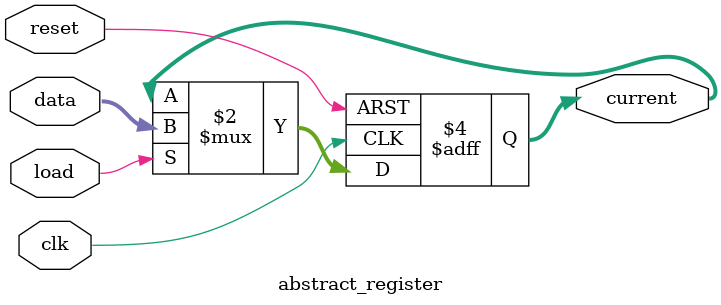
<source format=v>
module abstract_register(
    input clk,
    input reset,
    input [7:0] data,
    input load,
    output reg [7:0] current
);

    always @(posedge clk or posedge reset) begin
        if (reset)
            current <= 8'b0;
        else if (load)
            current <= data;
    end

endmodule
</source>
